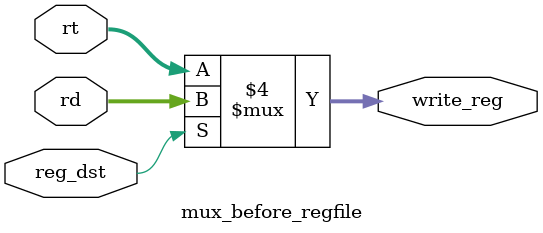
<source format=v>
module mux_before_regfile(rt, rd, reg_dst, write_reg);

	input [20:16] rt;
	input [15:11] rd;
	input reg_dst;
	
	output reg [4:0] write_reg;

	always @ (reg_dst, rt, rd) begin
		if(reg_dst == 1) begin  write_reg <= rd; end
		else  begin write_reg <= rt; end
	end

endmodule
</source>
